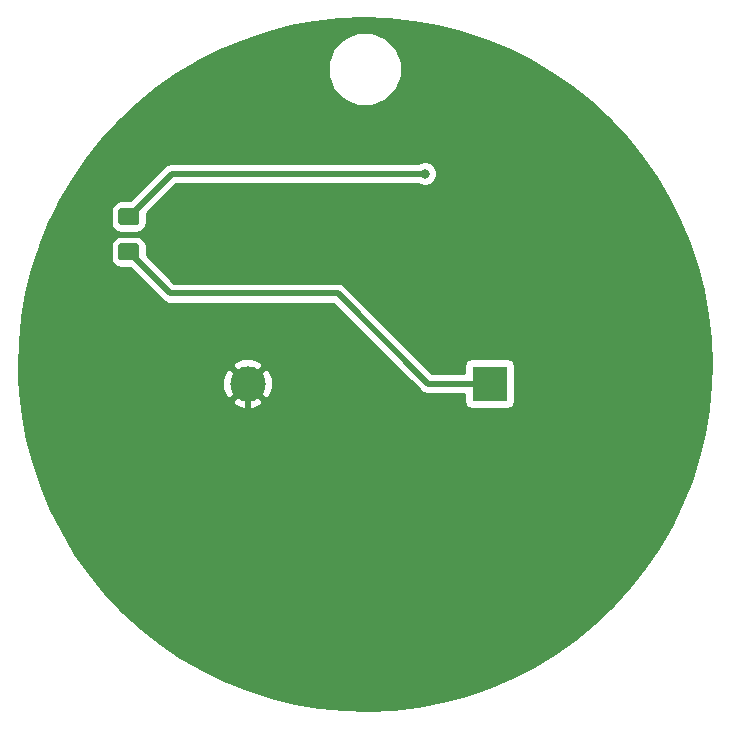
<source format=gbl>
G04 #@! TF.GenerationSoftware,KiCad,Pcbnew,(5.0.2)-1*
G04 #@! TF.CreationDate,2020-01-21T20:41:25+01:00*
G04 #@! TF.ProjectId,dragon,64726167-6f6e-42e6-9b69-6361645f7063,rev?*
G04 #@! TF.SameCoordinates,Original*
G04 #@! TF.FileFunction,Copper,L2,Bot*
G04 #@! TF.FilePolarity,Positive*
%FSLAX46Y46*%
G04 Gerber Fmt 4.6, Leading zero omitted, Abs format (unit mm)*
G04 Created by KiCad (PCBNEW (5.0.2)-1) date 1/21/2020 8:41:25 PM*
%MOMM*%
%LPD*%
G01*
G04 APERTURE LIST*
G04 #@! TA.AperFunction,Conductor*
%ADD10C,0.100000*%
G04 #@! TD*
G04 #@! TA.AperFunction,SMDPad,CuDef*
%ADD11C,1.425000*%
G04 #@! TD*
G04 #@! TA.AperFunction,ComponentPad*
%ADD12C,3.000000*%
G04 #@! TD*
G04 #@! TA.AperFunction,ComponentPad*
%ADD13R,3.000000X3.000000*%
G04 #@! TD*
G04 #@! TA.AperFunction,ViaPad*
%ADD14C,0.800000*%
G04 #@! TD*
G04 #@! TA.AperFunction,Conductor*
%ADD15C,0.500000*%
G04 #@! TD*
G04 #@! TA.AperFunction,Conductor*
%ADD16C,0.254000*%
G04 #@! TD*
G04 APERTURE END LIST*
D10*
G04 #@! TO.N,Net-(D1-Pad2)*
G04 #@! TO.C,R1*
G36*
X140649504Y-91788704D02*
X140673773Y-91792304D01*
X140697571Y-91798265D01*
X140720671Y-91806530D01*
X140742849Y-91817020D01*
X140763893Y-91829633D01*
X140783598Y-91844247D01*
X140801777Y-91860723D01*
X140818253Y-91878902D01*
X140832867Y-91898607D01*
X140845480Y-91919651D01*
X140855970Y-91941829D01*
X140864235Y-91964929D01*
X140870196Y-91988727D01*
X140873796Y-92012996D01*
X140875000Y-92037500D01*
X140875000Y-92962500D01*
X140873796Y-92987004D01*
X140870196Y-93011273D01*
X140864235Y-93035071D01*
X140855970Y-93058171D01*
X140845480Y-93080349D01*
X140832867Y-93101393D01*
X140818253Y-93121098D01*
X140801777Y-93139277D01*
X140783598Y-93155753D01*
X140763893Y-93170367D01*
X140742849Y-93182980D01*
X140720671Y-93193470D01*
X140697571Y-93201735D01*
X140673773Y-93207696D01*
X140649504Y-93211296D01*
X140625000Y-93212500D01*
X139375000Y-93212500D01*
X139350496Y-93211296D01*
X139326227Y-93207696D01*
X139302429Y-93201735D01*
X139279329Y-93193470D01*
X139257151Y-93182980D01*
X139236107Y-93170367D01*
X139216402Y-93155753D01*
X139198223Y-93139277D01*
X139181747Y-93121098D01*
X139167133Y-93101393D01*
X139154520Y-93080349D01*
X139144030Y-93058171D01*
X139135765Y-93035071D01*
X139129804Y-93011273D01*
X139126204Y-92987004D01*
X139125000Y-92962500D01*
X139125000Y-92037500D01*
X139126204Y-92012996D01*
X139129804Y-91988727D01*
X139135765Y-91964929D01*
X139144030Y-91941829D01*
X139154520Y-91919651D01*
X139167133Y-91898607D01*
X139181747Y-91878902D01*
X139198223Y-91860723D01*
X139216402Y-91844247D01*
X139236107Y-91829633D01*
X139257151Y-91817020D01*
X139279329Y-91806530D01*
X139302429Y-91798265D01*
X139326227Y-91792304D01*
X139350496Y-91788704D01*
X139375000Y-91787500D01*
X140625000Y-91787500D01*
X140649504Y-91788704D01*
X140649504Y-91788704D01*
G37*
D11*
G04 #@! TD*
G04 #@! TO.P,R1,1*
G04 #@! TO.N,Net-(D1-Pad2)*
X140000000Y-92500000D03*
D10*
G04 #@! TO.N,Net-(BT1-Pad1)*
G04 #@! TO.C,R1*
G36*
X140649504Y-94763704D02*
X140673773Y-94767304D01*
X140697571Y-94773265D01*
X140720671Y-94781530D01*
X140742849Y-94792020D01*
X140763893Y-94804633D01*
X140783598Y-94819247D01*
X140801777Y-94835723D01*
X140818253Y-94853902D01*
X140832867Y-94873607D01*
X140845480Y-94894651D01*
X140855970Y-94916829D01*
X140864235Y-94939929D01*
X140870196Y-94963727D01*
X140873796Y-94987996D01*
X140875000Y-95012500D01*
X140875000Y-95937500D01*
X140873796Y-95962004D01*
X140870196Y-95986273D01*
X140864235Y-96010071D01*
X140855970Y-96033171D01*
X140845480Y-96055349D01*
X140832867Y-96076393D01*
X140818253Y-96096098D01*
X140801777Y-96114277D01*
X140783598Y-96130753D01*
X140763893Y-96145367D01*
X140742849Y-96157980D01*
X140720671Y-96168470D01*
X140697571Y-96176735D01*
X140673773Y-96182696D01*
X140649504Y-96186296D01*
X140625000Y-96187500D01*
X139375000Y-96187500D01*
X139350496Y-96186296D01*
X139326227Y-96182696D01*
X139302429Y-96176735D01*
X139279329Y-96168470D01*
X139257151Y-96157980D01*
X139236107Y-96145367D01*
X139216402Y-96130753D01*
X139198223Y-96114277D01*
X139181747Y-96096098D01*
X139167133Y-96076393D01*
X139154520Y-96055349D01*
X139144030Y-96033171D01*
X139135765Y-96010071D01*
X139129804Y-95986273D01*
X139126204Y-95962004D01*
X139125000Y-95937500D01*
X139125000Y-95012500D01*
X139126204Y-94987996D01*
X139129804Y-94963727D01*
X139135765Y-94939929D01*
X139144030Y-94916829D01*
X139154520Y-94894651D01*
X139167133Y-94873607D01*
X139181747Y-94853902D01*
X139198223Y-94835723D01*
X139216402Y-94819247D01*
X139236107Y-94804633D01*
X139257151Y-94792020D01*
X139279329Y-94781530D01*
X139302429Y-94773265D01*
X139326227Y-94767304D01*
X139350496Y-94763704D01*
X139375000Y-94762500D01*
X140625000Y-94762500D01*
X140649504Y-94763704D01*
X140649504Y-94763704D01*
G37*
D11*
G04 #@! TD*
G04 #@! TO.P,R1,2*
G04 #@! TO.N,Net-(BT1-Pad1)*
X140000000Y-95475000D03*
D12*
G04 #@! TO.P,BT1,2*
G04 #@! TO.N,Net-(BT1-Pad2)*
X150071000Y-106640000D03*
D13*
G04 #@! TO.P,BT1,1*
G04 #@! TO.N,Net-(BT1-Pad1)*
X170561000Y-106640000D03*
G04 #@! TD*
D14*
G04 #@! TO.N,Net-(BT1-Pad2)*
X170180000Y-91400000D03*
G04 #@! TO.N,Net-(D1-Pad2)*
X165100000Y-88860000D03*
G04 #@! TD*
D15*
G04 #@! TO.N,Net-(BT1-Pad2)*
X170180000Y-91400000D02*
X170180000Y-91400000D01*
X175400000Y-96620000D02*
X170180000Y-91400000D01*
X175400000Y-116400000D02*
X175400000Y-96620000D01*
X157200000Y-116400000D02*
X175400000Y-116400000D01*
X150071000Y-106640000D02*
X150071000Y-109271000D01*
X150071000Y-109271000D02*
X157200000Y-116400000D01*
G04 #@! TO.N,Net-(BT1-Pad1)*
X143512500Y-98987500D02*
X140000000Y-95475000D01*
X157687500Y-98987500D02*
X143512500Y-98987500D01*
X170561000Y-106640000D02*
X165340000Y-106640000D01*
X165340000Y-106640000D02*
X157687500Y-98987500D01*
G04 #@! TO.N,Net-(D1-Pad2)*
X165100000Y-88860000D02*
X165100000Y-88860000D01*
X143640000Y-88860000D02*
X140000000Y-92500000D01*
X165100000Y-88860000D02*
X143640000Y-88860000D01*
G04 #@! TD*
D16*
G04 #@! TO.N,Net-(BT1-Pad2)*
G36*
X161992168Y-75777827D02*
X164076380Y-75995048D01*
X166139728Y-76360729D01*
X168171649Y-76872998D01*
X170161745Y-77529233D01*
X172099829Y-78326076D01*
X173975980Y-79259447D01*
X175780596Y-80324569D01*
X177504441Y-81515991D01*
X179138689Y-82827615D01*
X180674978Y-84252726D01*
X182105444Y-85784031D01*
X183422764Y-87413692D01*
X184620196Y-89133367D01*
X185691611Y-90934254D01*
X186631526Y-92807136D01*
X187435128Y-94742426D01*
X188098306Y-96730219D01*
X188617665Y-98760340D01*
X188990546Y-100822399D01*
X189215041Y-102905840D01*
X189290000Y-105000000D01*
X189241432Y-106686050D01*
X189046048Y-108772423D01*
X188701995Y-110839487D01*
X188211032Y-112876662D01*
X187575672Y-114873520D01*
X186799169Y-116819842D01*
X185885495Y-118705664D01*
X184839329Y-120521335D01*
X183666024Y-122257561D01*
X182371586Y-123905456D01*
X180962640Y-125456584D01*
X179446399Y-126903006D01*
X177830622Y-128237319D01*
X176123581Y-129452694D01*
X174334012Y-130542909D01*
X172471075Y-131502384D01*
X170544307Y-132326209D01*
X168563567Y-133010166D01*
X166538996Y-133550755D01*
X164480955Y-133945209D01*
X162399979Y-134191509D01*
X160306719Y-134288394D01*
X158211888Y-134235368D01*
X156126210Y-134032703D01*
X154060360Y-133681436D01*
X152024912Y-133183365D01*
X150030283Y-132541039D01*
X148086684Y-131757746D01*
X146204062Y-130837496D01*
X144392054Y-129784998D01*
X142659934Y-128605639D01*
X141016568Y-127305457D01*
X139470368Y-125891106D01*
X138029247Y-124369825D01*
X136700582Y-122749400D01*
X135491173Y-121038127D01*
X134407212Y-119244763D01*
X133454245Y-117378489D01*
X132637151Y-115448856D01*
X131960112Y-113465741D01*
X131426593Y-111439295D01*
X131039326Y-109379890D01*
X130898566Y-108153970D01*
X148736635Y-108153970D01*
X148896418Y-108472739D01*
X149687187Y-108782723D01*
X150536387Y-108766497D01*
X151245582Y-108472739D01*
X151405365Y-108153970D01*
X150071000Y-106819605D01*
X148736635Y-108153970D01*
X130898566Y-108153970D01*
X130800291Y-107298067D01*
X130755713Y-106256187D01*
X147928277Y-106256187D01*
X147944503Y-107105387D01*
X148238261Y-107814582D01*
X148557030Y-107974365D01*
X149891395Y-106640000D01*
X150250605Y-106640000D01*
X151584970Y-107974365D01*
X151903739Y-107814582D01*
X152213723Y-107023813D01*
X152197497Y-106174613D01*
X151903739Y-105465418D01*
X151584970Y-105305635D01*
X150250605Y-106640000D01*
X149891395Y-106640000D01*
X148557030Y-105305635D01*
X148238261Y-105465418D01*
X147928277Y-106256187D01*
X130755713Y-106256187D01*
X130710714Y-105204481D01*
X130712973Y-105126030D01*
X148736635Y-105126030D01*
X150071000Y-106460395D01*
X151405365Y-105126030D01*
X151245582Y-104807261D01*
X150454813Y-104497277D01*
X149605613Y-104513503D01*
X148896418Y-104807261D01*
X148736635Y-105126030D01*
X130712973Y-105126030D01*
X130771052Y-103109849D01*
X130980996Y-101024891D01*
X131339472Y-98960279D01*
X131844645Y-96926582D01*
X132468414Y-95012500D01*
X138477560Y-95012500D01*
X138477560Y-95937500D01*
X138545874Y-96280935D01*
X138740414Y-96572086D01*
X139031565Y-96766626D01*
X139375000Y-96834940D01*
X140108362Y-96834940D01*
X142825077Y-99551656D01*
X142874451Y-99625549D01*
X142948344Y-99674923D01*
X142948345Y-99674924D01*
X143059380Y-99749115D01*
X143167190Y-99821152D01*
X143425335Y-99872500D01*
X143425339Y-99872500D01*
X143512499Y-99889837D01*
X143599659Y-99872500D01*
X157320922Y-99872500D01*
X164652577Y-107204156D01*
X164701951Y-107278049D01*
X164775844Y-107327423D01*
X164775845Y-107327424D01*
X164886880Y-107401615D01*
X164994690Y-107473652D01*
X165252835Y-107525000D01*
X165252839Y-107525000D01*
X165339999Y-107542337D01*
X165427159Y-107525000D01*
X168413560Y-107525000D01*
X168413560Y-108140000D01*
X168462843Y-108387765D01*
X168603191Y-108597809D01*
X168813235Y-108738157D01*
X169061000Y-108787440D01*
X172061000Y-108787440D01*
X172308765Y-108738157D01*
X172518809Y-108597809D01*
X172659157Y-108387765D01*
X172708440Y-108140000D01*
X172708440Y-105140000D01*
X172659157Y-104892235D01*
X172518809Y-104682191D01*
X172308765Y-104541843D01*
X172061000Y-104492560D01*
X169061000Y-104492560D01*
X168813235Y-104541843D01*
X168603191Y-104682191D01*
X168462843Y-104892235D01*
X168413560Y-105140000D01*
X168413560Y-105755000D01*
X165706579Y-105755000D01*
X158374925Y-98423347D01*
X158325549Y-98349451D01*
X158032810Y-98153848D01*
X157774665Y-98102500D01*
X157774661Y-98102500D01*
X157687500Y-98085163D01*
X157600339Y-98102500D01*
X143879079Y-98102500D01*
X141522440Y-95745862D01*
X141522440Y-95012500D01*
X141454126Y-94669065D01*
X141259586Y-94377914D01*
X140968435Y-94183374D01*
X140625000Y-94115060D01*
X139375000Y-94115060D01*
X139031565Y-94183374D01*
X138740414Y-94377914D01*
X138545874Y-94669065D01*
X138477560Y-95012500D01*
X132468414Y-95012500D01*
X132493929Y-94934208D01*
X133284002Y-92993354D01*
X133755376Y-92037500D01*
X138477560Y-92037500D01*
X138477560Y-92962500D01*
X138545874Y-93305935D01*
X138740414Y-93597086D01*
X139031565Y-93791626D01*
X139375000Y-93859940D01*
X140625000Y-93859940D01*
X140968435Y-93791626D01*
X141259586Y-93597086D01*
X141454126Y-93305935D01*
X141522440Y-92962500D01*
X141522440Y-92229138D01*
X144006579Y-89745000D01*
X164531993Y-89745000D01*
X164894126Y-89895000D01*
X165305874Y-89895000D01*
X165686280Y-89737431D01*
X165977431Y-89446280D01*
X166135000Y-89065874D01*
X166135000Y-88654126D01*
X165977431Y-88273720D01*
X165686280Y-87982569D01*
X165305874Y-87825000D01*
X164894126Y-87825000D01*
X164531993Y-87975000D01*
X143727159Y-87975000D01*
X143639999Y-87957663D01*
X143552839Y-87975000D01*
X143552835Y-87975000D01*
X143294690Y-88026348D01*
X143294688Y-88026349D01*
X143294689Y-88026349D01*
X143075845Y-88172576D01*
X143075844Y-88172577D01*
X143001951Y-88221951D01*
X142952577Y-88295844D01*
X140108362Y-91140060D01*
X139375000Y-91140060D01*
X139031565Y-91208374D01*
X138740414Y-91402914D01*
X138545874Y-91694065D01*
X138477560Y-92037500D01*
X133755376Y-92037500D01*
X134210818Y-91113956D01*
X135269635Y-89305633D01*
X136455033Y-87577641D01*
X137760943Y-85938823D01*
X139180683Y-84397569D01*
X140706986Y-82961767D01*
X142332038Y-81638767D01*
X144047523Y-80435339D01*
X145813365Y-79376410D01*
X156865000Y-79376410D01*
X156865000Y-80623590D01*
X157342276Y-81775835D01*
X158224165Y-82657724D01*
X159376410Y-83135000D01*
X160623590Y-83135000D01*
X161775835Y-82657724D01*
X162657724Y-81775835D01*
X163135000Y-80623590D01*
X163135000Y-79376410D01*
X162657724Y-78224165D01*
X161775835Y-77342276D01*
X160623590Y-76865000D01*
X159376410Y-76865000D01*
X158224165Y-77342276D01*
X157342276Y-78224165D01*
X156865000Y-79376410D01*
X145813365Y-79376410D01*
X145844659Y-79357644D01*
X147714249Y-78411198D01*
X149646722Y-77600844D01*
X151632188Y-76930732D01*
X153660484Y-76404290D01*
X155721228Y-76024213D01*
X157803873Y-75792447D01*
X159897759Y-75710178D01*
X161992168Y-75777827D01*
X161992168Y-75777827D01*
G37*
X161992168Y-75777827D02*
X164076380Y-75995048D01*
X166139728Y-76360729D01*
X168171649Y-76872998D01*
X170161745Y-77529233D01*
X172099829Y-78326076D01*
X173975980Y-79259447D01*
X175780596Y-80324569D01*
X177504441Y-81515991D01*
X179138689Y-82827615D01*
X180674978Y-84252726D01*
X182105444Y-85784031D01*
X183422764Y-87413692D01*
X184620196Y-89133367D01*
X185691611Y-90934254D01*
X186631526Y-92807136D01*
X187435128Y-94742426D01*
X188098306Y-96730219D01*
X188617665Y-98760340D01*
X188990546Y-100822399D01*
X189215041Y-102905840D01*
X189290000Y-105000000D01*
X189241432Y-106686050D01*
X189046048Y-108772423D01*
X188701995Y-110839487D01*
X188211032Y-112876662D01*
X187575672Y-114873520D01*
X186799169Y-116819842D01*
X185885495Y-118705664D01*
X184839329Y-120521335D01*
X183666024Y-122257561D01*
X182371586Y-123905456D01*
X180962640Y-125456584D01*
X179446399Y-126903006D01*
X177830622Y-128237319D01*
X176123581Y-129452694D01*
X174334012Y-130542909D01*
X172471075Y-131502384D01*
X170544307Y-132326209D01*
X168563567Y-133010166D01*
X166538996Y-133550755D01*
X164480955Y-133945209D01*
X162399979Y-134191509D01*
X160306719Y-134288394D01*
X158211888Y-134235368D01*
X156126210Y-134032703D01*
X154060360Y-133681436D01*
X152024912Y-133183365D01*
X150030283Y-132541039D01*
X148086684Y-131757746D01*
X146204062Y-130837496D01*
X144392054Y-129784998D01*
X142659934Y-128605639D01*
X141016568Y-127305457D01*
X139470368Y-125891106D01*
X138029247Y-124369825D01*
X136700582Y-122749400D01*
X135491173Y-121038127D01*
X134407212Y-119244763D01*
X133454245Y-117378489D01*
X132637151Y-115448856D01*
X131960112Y-113465741D01*
X131426593Y-111439295D01*
X131039326Y-109379890D01*
X130898566Y-108153970D01*
X148736635Y-108153970D01*
X148896418Y-108472739D01*
X149687187Y-108782723D01*
X150536387Y-108766497D01*
X151245582Y-108472739D01*
X151405365Y-108153970D01*
X150071000Y-106819605D01*
X148736635Y-108153970D01*
X130898566Y-108153970D01*
X130800291Y-107298067D01*
X130755713Y-106256187D01*
X147928277Y-106256187D01*
X147944503Y-107105387D01*
X148238261Y-107814582D01*
X148557030Y-107974365D01*
X149891395Y-106640000D01*
X150250605Y-106640000D01*
X151584970Y-107974365D01*
X151903739Y-107814582D01*
X152213723Y-107023813D01*
X152197497Y-106174613D01*
X151903739Y-105465418D01*
X151584970Y-105305635D01*
X150250605Y-106640000D01*
X149891395Y-106640000D01*
X148557030Y-105305635D01*
X148238261Y-105465418D01*
X147928277Y-106256187D01*
X130755713Y-106256187D01*
X130710714Y-105204481D01*
X130712973Y-105126030D01*
X148736635Y-105126030D01*
X150071000Y-106460395D01*
X151405365Y-105126030D01*
X151245582Y-104807261D01*
X150454813Y-104497277D01*
X149605613Y-104513503D01*
X148896418Y-104807261D01*
X148736635Y-105126030D01*
X130712973Y-105126030D01*
X130771052Y-103109849D01*
X130980996Y-101024891D01*
X131339472Y-98960279D01*
X131844645Y-96926582D01*
X132468414Y-95012500D01*
X138477560Y-95012500D01*
X138477560Y-95937500D01*
X138545874Y-96280935D01*
X138740414Y-96572086D01*
X139031565Y-96766626D01*
X139375000Y-96834940D01*
X140108362Y-96834940D01*
X142825077Y-99551656D01*
X142874451Y-99625549D01*
X142948344Y-99674923D01*
X142948345Y-99674924D01*
X143059380Y-99749115D01*
X143167190Y-99821152D01*
X143425335Y-99872500D01*
X143425339Y-99872500D01*
X143512499Y-99889837D01*
X143599659Y-99872500D01*
X157320922Y-99872500D01*
X164652577Y-107204156D01*
X164701951Y-107278049D01*
X164775844Y-107327423D01*
X164775845Y-107327424D01*
X164886880Y-107401615D01*
X164994690Y-107473652D01*
X165252835Y-107525000D01*
X165252839Y-107525000D01*
X165339999Y-107542337D01*
X165427159Y-107525000D01*
X168413560Y-107525000D01*
X168413560Y-108140000D01*
X168462843Y-108387765D01*
X168603191Y-108597809D01*
X168813235Y-108738157D01*
X169061000Y-108787440D01*
X172061000Y-108787440D01*
X172308765Y-108738157D01*
X172518809Y-108597809D01*
X172659157Y-108387765D01*
X172708440Y-108140000D01*
X172708440Y-105140000D01*
X172659157Y-104892235D01*
X172518809Y-104682191D01*
X172308765Y-104541843D01*
X172061000Y-104492560D01*
X169061000Y-104492560D01*
X168813235Y-104541843D01*
X168603191Y-104682191D01*
X168462843Y-104892235D01*
X168413560Y-105140000D01*
X168413560Y-105755000D01*
X165706579Y-105755000D01*
X158374925Y-98423347D01*
X158325549Y-98349451D01*
X158032810Y-98153848D01*
X157774665Y-98102500D01*
X157774661Y-98102500D01*
X157687500Y-98085163D01*
X157600339Y-98102500D01*
X143879079Y-98102500D01*
X141522440Y-95745862D01*
X141522440Y-95012500D01*
X141454126Y-94669065D01*
X141259586Y-94377914D01*
X140968435Y-94183374D01*
X140625000Y-94115060D01*
X139375000Y-94115060D01*
X139031565Y-94183374D01*
X138740414Y-94377914D01*
X138545874Y-94669065D01*
X138477560Y-95012500D01*
X132468414Y-95012500D01*
X132493929Y-94934208D01*
X133284002Y-92993354D01*
X133755376Y-92037500D01*
X138477560Y-92037500D01*
X138477560Y-92962500D01*
X138545874Y-93305935D01*
X138740414Y-93597086D01*
X139031565Y-93791626D01*
X139375000Y-93859940D01*
X140625000Y-93859940D01*
X140968435Y-93791626D01*
X141259586Y-93597086D01*
X141454126Y-93305935D01*
X141522440Y-92962500D01*
X141522440Y-92229138D01*
X144006579Y-89745000D01*
X164531993Y-89745000D01*
X164894126Y-89895000D01*
X165305874Y-89895000D01*
X165686280Y-89737431D01*
X165977431Y-89446280D01*
X166135000Y-89065874D01*
X166135000Y-88654126D01*
X165977431Y-88273720D01*
X165686280Y-87982569D01*
X165305874Y-87825000D01*
X164894126Y-87825000D01*
X164531993Y-87975000D01*
X143727159Y-87975000D01*
X143639999Y-87957663D01*
X143552839Y-87975000D01*
X143552835Y-87975000D01*
X143294690Y-88026348D01*
X143294688Y-88026349D01*
X143294689Y-88026349D01*
X143075845Y-88172576D01*
X143075844Y-88172577D01*
X143001951Y-88221951D01*
X142952577Y-88295844D01*
X140108362Y-91140060D01*
X139375000Y-91140060D01*
X139031565Y-91208374D01*
X138740414Y-91402914D01*
X138545874Y-91694065D01*
X138477560Y-92037500D01*
X133755376Y-92037500D01*
X134210818Y-91113956D01*
X135269635Y-89305633D01*
X136455033Y-87577641D01*
X137760943Y-85938823D01*
X139180683Y-84397569D01*
X140706986Y-82961767D01*
X142332038Y-81638767D01*
X144047523Y-80435339D01*
X145813365Y-79376410D01*
X156865000Y-79376410D01*
X156865000Y-80623590D01*
X157342276Y-81775835D01*
X158224165Y-82657724D01*
X159376410Y-83135000D01*
X160623590Y-83135000D01*
X161775835Y-82657724D01*
X162657724Y-81775835D01*
X163135000Y-80623590D01*
X163135000Y-79376410D01*
X162657724Y-78224165D01*
X161775835Y-77342276D01*
X160623590Y-76865000D01*
X159376410Y-76865000D01*
X158224165Y-77342276D01*
X157342276Y-78224165D01*
X156865000Y-79376410D01*
X145813365Y-79376410D01*
X145844659Y-79357644D01*
X147714249Y-78411198D01*
X149646722Y-77600844D01*
X151632188Y-76930732D01*
X153660484Y-76404290D01*
X155721228Y-76024213D01*
X157803873Y-75792447D01*
X159897759Y-75710178D01*
X161992168Y-75777827D01*
G04 #@! TD*
M02*

</source>
